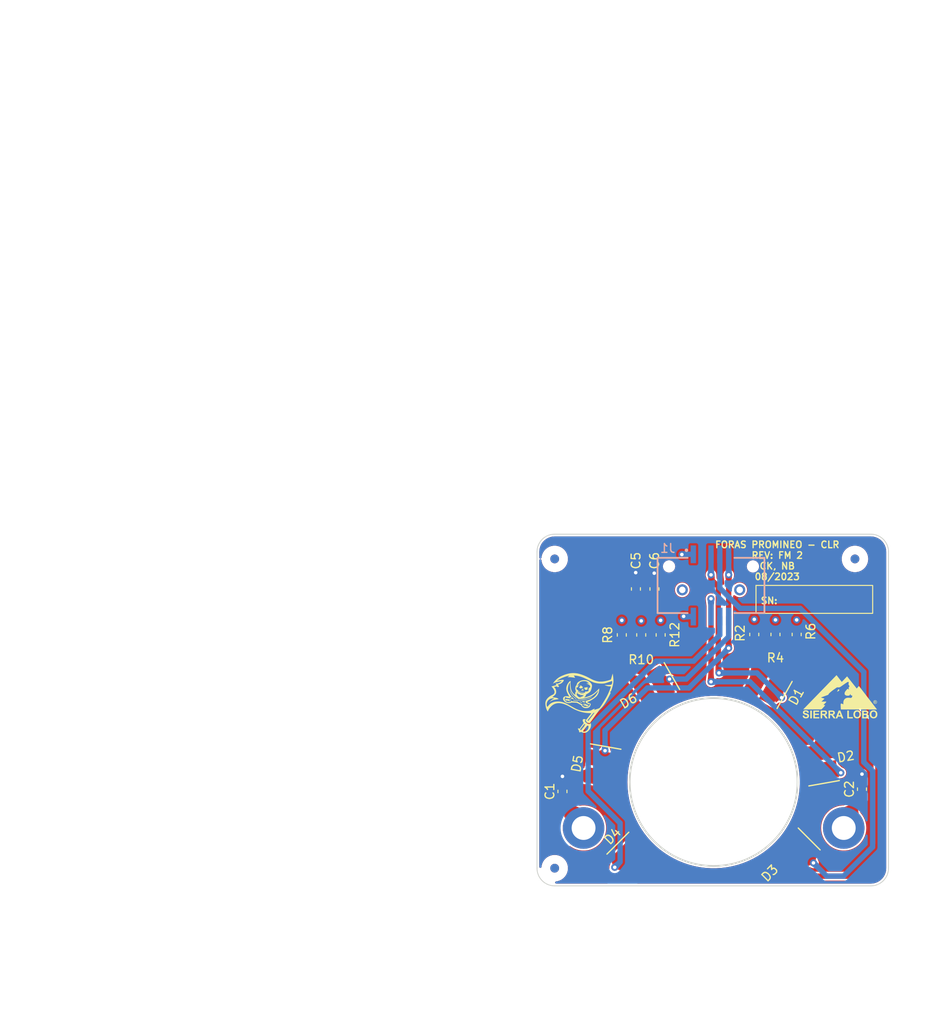
<source format=kicad_pcb>
(kicad_pcb (version 20221018) (generator pcbnew)
  (layers (0 "F.Cu" signal) (31 "B.Cu" signal) (34 "B.Paste" user) (35 "F.Paste" user) (36 "B.SilkS" user "B.Silkscreen") (37 "F.SilkS" user "F.Silkscreen") (38 "B.Mask" user) (39 "F.Mask" user) (44 "Edge.Cuts" user))
  (net 0 "")
  (net 1 "GND")
  (net 2 "Net-(J1-Pin_1)")
  (net 3 "Net-(D1-A)")
  (net 4 "Net-(D2-A)")
  (net 5 "Net-(D3-A)")
  (net 6 "Net-(D4-A)")
  (net 7 "Net-(D5-A)")
  (net 8 "Net-(C1-Pad1)")
  (net 9 "/LED_6")
  (net 10 "/LED_5")
  (net 11 "/LED_4")
  (net 12 "/LED_3")
  (net 13 "/LED_2")
  (net 14 "/LED_1")
  (net 15 "Net-(D6-A)")
  (net 16 "Net-(C2-Pad1)")
  (footprint "Foras_Promineo:1212_LED_Pol" (layer "F.Cu") (at 92.272324 85.9255 -80)
    (fp_text reference "D2" (at -0.038816 -2.941427 10) (layer "F.SilkS"))
    (fp_text value "LED")
    (pad "1" smd rect (at 1.025 0 280) (size 1.75 3.5) (layers "F.Cu" "F.Paste" "F.Mask") (net 13 "/LED_2"))
    (pad "2" smd rect (at -1.025 0 280) (size 1.75 3.5) (layers "F.Cu" "F.Paste" "F.Mask") (net 4 "Net-(D2-A)"))
  )
  (footprint "Foras_Promineo_Github_Local:1212_LED_Pol" (layer "F.Cu") (at 89.251324 96.4605 45)
    (fp_text reference "D3" (at -3.397648 -0.405172 45) (layer "F.SilkS"))
    (fp_text value "LED")
    (pad "1" smd rect (at 1.025 0 45) (size 1.75 3.5) (layers "F.Cu" "F.Paste" "F.Mask") (net 12 "/LED_3"))
    (pad "2" smd rect (at -1.025 0 45) (size 1.75 3.5) (layers "F.Cu" "F.Paste" "F.Mask") (net 5 "Net-(D3-A)"))
  )
  (footprint "Foras_Promineo:1212_LED_Pol" (layer "F.Cu") (at 86.049324 77.1785 -29.143)
    (fp_text reference "D1" (at 3.749092 -0.489776 60.857) (layer "F.SilkS"))
    (fp_text value "LED")
    (pad "1" smd rect (at 1.025 0 330.857) (size 1.75 3.5) (layers "F.Cu" "F.Paste" "F.Mask") (net 14 "/LED_1"))
    (pad "2" smd rect (at -1.025 0 330.857) (size 1.75 3.5) (layers "F.Cu" "F.Paste" "F.Mask") (net 3 "Net-(D1-A)"))
  )
  (footprint "Foras_Promineo:1212_LED_Pol" (layer "F.Cu") (at 67.541324 86.6965 80)
    (fp_text reference "D5" (at 0.029532 -2.827078 80) (layer "F.SilkS"))
    (fp_text value "LED")
    (pad "1" smd rect (at 1.025 0 80) (size 1.75 3.5) (layers "F.Cu" "F.Paste" "F.Mask") (net 10 "/LED_5"))
    (pad "2" smd rect (at -1.025 0 80) (size 1.75 3.5) (layers "F.Cu" "F.Paste" "F.Mask") (net 7 "Net-(D5-A)"))
  )
  (footprint "Foras_Promineo:1212_LED_Pol" (layer "F.Cu") (at 73.312324 77.5125 30)
    (fp_text reference "D6" (at -3.16357 -0.020536 30) (layer "F.SilkS"))
    (fp_text value "LED")
    (pad "1" smd rect (at 1.025 0 30) (size 1.75 3.5) (layers "F.Cu" "F.Paste" "F.Mask") (net 9 "/LED_6"))
    (pad "2" smd rect (at -1.025 0 30) (size 1.75 3.5) (layers "F.Cu" "F.Paste" "F.Mask") (net 15 "Net-(D6-A)"))
  )
  (footprint "Foras_Promineo:1212_LED_Pol" (layer "F.Cu") (at 71.123324 96.9355 135)
    (fp_text reference "D4" (at 3.478965 0.140007 225) (layer "F.SilkS"))
    (fp_text value "LED")
    (pad "1" smd rect (at 1.025 0 135) (size 1.75 3.5) (layers "F.Cu" "F.Paste" "F.Mask") (net 11 "/LED_4"))
    (pad "2" smd rect (at -1.025 0 135) (size 1.75 3.5) (layers "F.Cu" "F.Paste" "F.Mask") (net 6 "Net-(D4-A)"))
  )
  (footprint "Capacitor_SMD:C_0603_1608Metric_Pad1.08x0.95mm_HandSolder" (layer "F.Cu") (at 63.08 89.30983 90)
    (fp_text reference "C1" (at 0 -1.43 90) (layer "F.SilkS"))
    (fp_text value "1n")
    (pad "1" smd roundrect (at -0.8625 0 90) (size 1.075 0.95) (layers "F.Cu" "F.Paste" "F.Mask") (net 8 "Net-(C1-Pad1)"))
    (pad "2" smd roundrect (at 0.8625 0 90) (size 1.075 0.95) (layers "F.Cu" "F.Paste" "F.Mask") (net 1 "GND"))
  )
  (footprint "Capacitor_SMD:C_0603_1608Metric_Pad1.08x0.95mm_HandSolder" (layer "F.Cu") (at 96.995 89.05483 90)
    (fp_text reference "C2" (at 0 -1.43 90) (layer "F.SilkS"))
    (fp_text value "1n")
    (pad "1" smd roundrect (at -0.8625 0 90) (size 1.075 0.95) (layers "F.Cu" "F.Paste" "F.Mask") (net 16 "Net-(C2-Pad1)"))
    (pad "2" smd roundrect (at 0.8625 0 90) (size 1.075 0.95) (layers "F.Cu" "F.Paste" "F.Mask") (net 1 "GND"))
  )
  (footprint "MountingHole:MountingHole_2.7mm_M2.5_DIN965_Pad" (layer "F.Cu") (at 65.4707 93.45)
    (fp_text reference "H1" hide)
    (fp_text value "MountingHole_Pad")
    (pad "1" thru_hole circle (at 0 0) (size 4.7 4.7) (drill 2.7) (layers "*.Cu" "*.Mask") (net 8 "Net-(C1-Pad1)"))
  )
  (footprint "MountingHole:MountingHole_2.7mm_M2.5_DIN965_Pad" (layer "F.Cu") (at 94.93 93.45)
    (fp_text reference "H2" hide)
    (fp_text value "MountingHole_Pad")
    (pad "1" thru_hole circle (at 0 0) (size 4.7 4.7) (drill 2.7) (layers "*.Cu" "*.Mask") (net 16 "Net-(C2-Pad1)"))
  )
  (footprint "Capacitor_SMD:C_0603_1608Metric_Pad1.08x0.95mm_HandSolder" (layer "F.Cu") (at 84.8 71.55 90)
    (fp_text reference "R2" (at 0.15 -1.6 90) (layer "F.SilkS"))
    (fp_text value "100r")
    (pad "1" smd roundrect (at -0.8625 0 90) (size 1.075 0.95) (layers "F.Cu" "F.Paste" "F.Mask") (net 3 "Net-(D1-A)"))
    (pad "2" smd roundrect (at 0.8625 0 90) (size 1.075 0.95) (layers "F.Cu" "F.Paste" "F.Mask") (net 2 "Net-(J1-Pin_1)"))
  )
  (footprint "Capacitor_SMD:C_0603_1608Metric_Pad1.08x0.95mm_HandSolder" (layer "F.Cu") (at 87.2 71.55 90)
    (fp_text reference "R4" (at -2.65 0 180) (layer "F.SilkS"))
    (fp_text value "100r")
    (pad "1" smd roundrect (at -0.8625 0 90) (size 1.075 0.95) (layers "F.Cu" "F.Paste" "F.Mask") (net 4 "Net-(D2-A)"))
    (pad "2" smd roundrect (at 0.8625 0 90) (size 1.075 0.95) (layers "F.Cu" "F.Paste" "F.Mask") (net 2 "Net-(J1-Pin_1)"))
  )
  (footprint "Capacitor_SMD:C_0603_1608Metric_Pad1.08x0.95mm_HandSolder" (layer "F.Cu") (at 89.6 71.55 90)
    (fp_text reference "R6" (at 0.35 1.6 90) (layer "F.SilkS"))
    (fp_text value "100r")
    (pad "1" smd roundrect (at -0.8625 0 90) (size 1.075 0.95) (layers "F.Cu" "F.Paste" "F.Mask") (net 5 "Net-(D3-A)"))
    (pad "2" smd roundrect (at 0.8625 0 90) (size 1.075 0.95) (layers "F.Cu" "F.Paste" "F.Mask") (net 2 "Net-(J1-Pin_1)"))
  )
  (footprint "Capacitor_SMD:C_0603_1608Metric_Pad1.08x0.95mm_HandSolder" (layer "F.Cu") (at 69.8 71.6 90)
    (fp_text reference "R8" (at 0 -1.6 90) (layer "F.SilkS"))
    (fp_text value "100r")
    (pad "1" smd roundrect (at -0.8625 0 90) (size 1.075 0.95) (layers "F.Cu" "F.Paste" "F.Mask") (net 6 "Net-(D4-A)"))
    (pad "2" smd roundrect (at 0.8625 0 90) (size 1.075 0.95) (layers "F.Cu" "F.Paste" "F.Mask") (net 2 "Net-(J1-Pin_1)"))
  )
  (footprint "Capacitor_SMD:C_0603_1608Metric_Pad1.08x0.95mm_HandSolder" (layer "F.Cu") (at 72 71.6 90)
    (fp_text reference "R10" (at -2.8 0 180) (layer "F.SilkS"))
    (fp_text value "100r")
    (pad "1" smd roundrect (at -0.8625 0 90) (size 1.075 0.95) (layers "F.Cu" "F.Paste" "F.Mask") (net 7 "Net-(D5-A)"))
    (pad "2" smd roundrect (at 0.8625 0 90) (size 1.075 0.95) (layers "F.Cu" "F.Paste" "F.Mask") (net 2 "Net-(J1-Pin_1)"))
  )
  (footprint "Capacitor_SMD:C_0603_1608Metric_Pad1.08x0.95mm_HandSolder" (layer "F.Cu") (at 74.2 71.6 90)
    (fp_text reference "R12" (at 0 1.6 90) (layer "F.SilkS"))
    (fp_text value "100r")
    (pad "1" smd roundrect (at -0.8625 0 90) (size 1.075 0.95) (layers "F.Cu" "F.Paste" "F.Mask") (net 15 "Net-(D6-A)"))
    (pad "2" smd roundrect (at 0.8625 0 90) (size 1.075 0.95) (layers "F.Cu" "F.Paste" "F.Mask") (net 2 "Net-(J1-Pin_1)"))
  )
  (footprint "Capacitor_SMD:C_0603_1608Metric_Pad1.08x0.95mm_HandSolder" (layer "F.Cu") (at 71.4 66.4 90)
    (fp_text reference "C5" (at 3.2 0 90) (layer "F.SilkS"))
    (fp_text value "10u")
    (pad "1" smd roundrect (at -0.8625 0 90) (size 1.075 0.95) (layers "F.Cu" "F.Paste" "F.Mask") (net 2 "Net-(J1-Pin_1)"))
    (pad "2" smd roundrect (at 0.8625 0 90) (size 1.075 0.95) (layers "F.Cu" "F.Paste" "F.Mask") (net 1 "GND"))
  )
  (footprint "Fiducial:Fiducial_1mm_Mask3mm" (layer "F.Cu") (at 62.2 63 -90)
    (fp_text reference "REF**" hide)
    (fp_text value "Fiducial_1mm_Mask3mm")
    (pad "e" smd circle (at 0 0 270) (size 1 1) (layers "F.Cu" "F.Mask") (clearance 1))
  )
  (footprint "Foras_Promineo:Sierra_Lobo_Logo" (layer "F.Cu") (at 94.5 78.6)
    (fp_text reference "G***" hide)
    (fp_text value "LOGO" hide)
  )
  (footprint "Capacitor_SMD:C_0603_1608Metric_Pad1.08x0.95mm_HandSolder" (layer "F.Cu") (at 73.5 66.4 90)
    (fp_text reference "C6" (at 3.2 0 90) (layer "F.SilkS"))
    (fp_text value "1n")
    (pad "1" smd roundrect (at -0.8625 0 90) (size 1.075 0.95) (layers "F.Cu" "F.Paste" "F.Mask") (net 2 "Net-(J1-Pin_1)"))
    (pad "2" smd roundrect (at 0.8625 0 90) (size 1.075 0.95) (layers "F.Cu" "F.Paste" "F.Mask") (net 1 "GND"))
  )
  (footprint "Fiducial:Fiducial_1mm_Mask3mm" (layer "F.Cu") (at 96.2 63 -90)
    (fp_text reference "REF**" hide)
    (fp_text value "Fiducial_1mm_Mask3mm")
    (pad "" smd circle (at 0 0 270) (size 1 1) (layers "F.Cu" "F.Mask") (clearance 1))
  )
  (footprint "Fiducial:Fiducial_1mm_Mask3mm" (layer "F.Cu") (at 62.2 98 -90)
    (fp_text reference "REF**" hide)
    (fp_text value "Fiducial_1mm_Mask3mm")
    (pad "" smd circle (at 0 0 270) (size 1 1) (layers "F.Cu" "F.Mask") (clearance 1))
  )
  (footprint "Foras_Promineo:Flaglogo8mm" (layer "F.Cu") (at 65 79.3)
    (fp_text reference "G***" hide)
    (fp_text value "LOGO" hide)
  )
  (footprint "Foras_Promineo:SAMTEC_T1M-05-X-DV" (layer "B.Cu") (at 79.9 66)
    (fp_text reference "J1" (at -4.9 -4.2 180) (layer "B.SilkS") (effects (justify mirror)))
    (fp_text value "Conn_01x10_Male")
    (pad "" np_thru_hole circle (at -4.75 -2.15) (size 0.89 0.89) (drill 0.89) (layers "*.Cu" "*.Mask"))
    (pad "" np_thru_hole circle (at 4.75 -2.15) (size 0.89 0.89) (drill 0.89) (layers "*.Cu" "*.Mask"))
    (pad "1" smd rect (at -2 -3.525) (size 0.6 2) (layers "B.Cu" "B.Paste" "B.Mask") (net 2 "Net-(J1-Pin_1)"))
    (pad "2" smd rect (at -2 3.525) (size 0.6 2) (layers "B.Cu" "B.Paste" "B.Mask") (net 2 "Net-(J1-Pin_1)"))
    (pad "3" smd rect (at -1 -3.525) (size 0.6 2) (layers "B.Cu" "B.Paste" "B.Mask") (net 1 "GND"))
    (pad "4" smd rect (at -1 3.525) (size 0.6 2) (layers "B.Cu" "B.Paste" "B.Mask") (net 1 "GND"))
    (pad "5" smd rect (at 0 -3.525) (size 0.6 2) (layers "B.Cu" "B.Paste" "B.Mask") (net 14 "/LED_1"))
    (pad "6" smd rect (at 0 3.525) (size 0.6 2) (layers "B.Cu" "B.Paste" "B.Mask") (net 13 "/LED_2"))
    (pad "7" smd rect (at 1 -3.525) (size 0.6 2) (layers "B.Cu" "B.Paste" "B.Mask") (net 12 "/LED_3"))
    (pad "8" smd rect (at 1 3.525) (size 0.6 2) (layers "B.Cu" "B.Paste" "B.Mask") (net 11 "/LED_4"))
    (pad "9" smd rect (at 2 -3.525) (size 0.6 2) (layers "B.Cu" "B.Paste" "B.Mask") (net 10 "/LED_5"))
    (pad "10" smd rect (at 2 3.525) (size 0.6 2) (layers "B.Cu" "B.Paste" "B.Mask") (net 9 "/LED_6"))
    (pad "S1" thru_hole circle (at -3.25 0.5) (size 1.248 1.248) (drill 0.74) (layers "*.Cu" "*.Mask"))
    (pad "S2" thru_hole circle (at 3.25 0.5) (size 1.248 1.248) (drill 0.74) (layers "*.Cu" "*.Mask"))
  )
  (footprint "Fiducial:Fiducial_1mm_Mask3mm" (layer "B.Cu") (at 62.2 98 180)
    (fp_text reference "REF**" hide)
    (fp_text value "Fiducial_1mm_Mask3mm")
    (pad "" smd circle (at 0 0 180) (size 1 1) (layers "B.Cu" "B.Mask") (clearance 1))
  )
  (footprint "Fiducial:Fiducial_1mm_Mask3mm" (layer "B.Cu") (at 96.2 63 180)
    (fp_text reference "REF**" hide)
    (fp_text value "Fiducial_1mm_Mask3mm")
    (pad "e" smd circle (at 0 0 180) (size 1 1) (layers "B.Cu" "B.Mask") (clearance 1))
  )
  (footprint "Fiducial:Fiducial_1mm_Mask3mm" (layer "B.Cu") (at 62.2 63 180)
    (fp_text reference "REF**" hide)
    (fp_text value "Fiducial_1mm_Mask3mm")
    (pad "" smd circle (at 0 0 180) (size 1 1) (layers "B.Cu" "B.Mask") (clearance 1))
  )
  (gr_rect (start 84.995 66) (end 98.205 69.16) (stroke (width 0.12)) (fill none) (layer "F.SilkS"))
  (gr_line (start 60.2 62.2) (end 60.2 98) (stroke (width 0.1)) (layer "Edge.Cuts"))
  (gr_circle (center 80.196 88.25) (end 89.696 88.25) (stroke (width 0.2)) (fill none) (layer "Edge.Cuts"))
  (gr_arc (start 60.2 62.2) (mid 60.785786 60.785786) (end 62.2 60.2) (stroke (width 0.1)) (layer "Edge.Cuts"))
  (gr_arc (start 100 98) (mid 99.414214 99.414214) (end 98 100) (stroke (width 0.1)) (layer "Edge.Cuts"))
  (gr_arc (start 62.2 100) (mid 60.785786 99.414214) (end 60.2 98) (stroke (width 0.1)) (layer "Edge.Cuts"))
  (gr_line (start 62.2 100) (end 98 100) (stroke (width 0.1)) (layer "Edge.Cuts"))
  (gr_line (start 100 98) (end 100 62.2) (stroke (width 0.1)) (layer "Edge.Cuts"))
  (gr_line (start 98 60.2) (end 62.2 60.2) (stroke (width 0.1)) (layer "Edge.Cuts"))
  (gr_arc (start 98 60.2) (mid 99.414214 60.785786) (end 100 62.2) (stroke (width 0.1)) (layer "Edge.Cuts"))
  (gr_text "FORAS PROMINEO - CLR\nREV: FM 2\nCK, NB\n08/2023" (at 87.4 63.2) (layer "F.SilkS") (effects (font (size 0.75 0.75))))
  (gr_text "SN:" (at 86.485 67.73) (layer "F.SilkS") (effects (font (size 0.75 0.75))))
  (segment (start 73.5 65.5375) (end 73.5 64.6375) (width 0.6) (layer "F.Cu") (net 1))
  (segment (start 97.02 88.27983) (end 97.02 87.37983) (width 0.6) (layer "F.Cu") (net 1))
  (segment (start 97.02 87.37983) (end 96.995 87.35483) (width 0.6) (layer "F.Cu") (net 1))
  (segment (start 71.4 65.475) (end 71.4 64.575) (width 0.6) (layer "F.Cu") (net 1))
  (via (at 96.995 87.35483) (size 0.8) (drill 0.4) (layers "F.Cu" "B.Cu") (net 1))
  (via (at 63.08 87.60983) (size 0.8) (drill 0.4) (layers "F.Cu" "B.Cu") (net 1))
  (via (at 73.475 64.6125) (size 0.8) (drill 0.4) (layers "F.Cu" "B.Cu") (net 1))
  (via (at 71.375 64.55) (size 0.8) (drill 0.4) (layers "F.Cu" "B.Cu") (net 1))
  (segment (start 74.2 70.7375) (end 74.2 69.95) (width 0.6) (layer "F.Cu") (net 2))
  (segment (start 72 70.8) (end 72 70.0125) (width 0.6) (layer "F.Cu") (net 2))
  (segment (start 87.2 70.6875) (end 87.2 69.9) (width 0.6) (layer "F.Cu") (net 2))
  (segment (start 84.8 70.625) (end 84.8 69.8375) (width 0.6) (layer "F.Cu") (net 2))
  (segment (start 89.6 70.6875) (end 89.6 69.9) (width 0.6) (layer "F.Cu") (net 2))
  (segment (start 69.8 70.7375) (end 69.8 69.95) (width 0.6) (layer "F.Cu") (net 2))
  (via (at 84.8 69.8375) (size 0.8) (drill 0.4) (layers "F.Cu" "B.Cu") (net 2))
  (via (at 72 70.0125) (size 0.8) (drill 0.4) (layers "F.Cu" "B.Cu") (net 2))
  (via (at 76.6 62.5) (size 0.8) (drill 0.4) (layers "F.Cu" "B.Cu") (net 2))
  (via (at 87.2 69.9) (size 0.8) (drill 0.4) (layers "F.Cu" "B.Cu") (net 2))
  (via (at 74.2 69.95) (size 0.8) (drill 0.4) (layers "F.Cu" "B.Cu") (net 2))
  (via (at 89.6 69.9) (size 0.8) (drill 0.4) (layers "F.Cu" "B.Cu") (net 2))
  (via (at 76.8 69.5) (size 0.8) (drill 0.4) (layers "F.Cu" "B.Cu") (net 2))
  (via (at 69.8 69.95) (size 0.8) (drill 0.4) (layers "F.Cu" "B.Cu") (net 2))
  (segment (start 77.9 69.525) (end 76.825 69.525) (width 0.6) (layer "B.Cu") (net 2))
  (segment (start 77.9 62.475) (end 76.625 62.475) (width 0.6) (layer "B.Cu") (net 2))
  (segment (start 76.625 62.475) (end 76.6 62.5) (width 0.6) (layer "B.Cu") (net 2))
  (segment (start 76.825 69.525) (end 76.8 69.5) (width 0.6) (layer "B.Cu") (net 2))
  (segment (start 84.81 76.521076) (end 84.81 72.4225) (width 0.6) (layer "F.Cu") (net 3))
  (segment (start 85.191758 76.902834) (end 84.81 76.521076) (width 0.6) (layer "F.Cu") (net 3))
  (segment (start 84.81 72.4225) (end 84.8 72.4125) (width 0.6) (layer "F.Cu") (net 3))
  (segment (start 92.132011 85.139572) (end 92.132011 77.344511) (width 0.6) (layer "F.Cu") (net 4))
  (segment (start 92.132011 77.344511) (end 87.2 72.4125) (width 0.6) (layer "F.Cu") (net 4))
  (segment (start 98.8 95.4) (end 95.3 98.9) (width 0.6) (layer "F.Cu") (net 5))
  (segment (start 95.3 98.9) (end 90.055432 98.9) (width 0.6) (layer "F.Cu") (net 5))
  (segment (start 90.055432 98.9) (end 88.564216 97.408784) (width 0.6) (layer "F.Cu") (net 5))
  (segment (start 89.7125 72.4125) (end 98.8 81.5) (width 0.6) (layer "F.Cu") (net 5))
  (segment (start 98.8 81.5) (end 98.8 95.4) (width 0.6) (layer "F.Cu") (net 5))
  (segment (start 89.6 72.4125) (end 89.7125 72.4125) (width 0.6) (layer "F.Cu") (net 5))
  (segment (start 61.81 80.4525) (end 61.81 94.41) (width 0.6) (layer "F.Cu") (net 6))
  (segment (start 61.81 94.41) (end 64.8 97.4) (width 0.6) (layer "F.Cu") (net 6))
  (segment (start 66.8 97.4) (end 68.5 99.1) (width 0.6) (layer "F.Cu") (net 6))
  (segment (start 69.8 72.4625) (end 61.81 80.4525) (width 0.6) (layer "F.Cu") (net 6))
  (segment (start 64.8 97.4) (end 66.8 97.4) (width 0.6) (layer "F.Cu") (net 6))
  (segment (start 68.5 99.1) (end 70.669568 99.1) (width 0.6) (layer "F.Cu") (net 6))
  (segment (start 70.669568 99.1) (end 71.885784 97.883784) (width 0.6) (layer "F.Cu") (net 6))
  (segment (start 65.729428 87.929428) (end 64.7 86.9) (width 0.6) (layer "F.Cu") (net 7))
  (segment (start 67.401011 87.929428) (end 65.729428 87.929428) (width 0.6) (layer "F.Cu") (net 7))
  (segment (start 64.7 79.7625) (end 72 72.4625) (width 0.6) (layer "F.Cu") (net 7))
  (segment (start 64.7 86.9) (end 64.7 79.7625) (width 0.6) (layer "F.Cu") (net 7))
  (segment (start 65.27 92.47) (end 65.27 93.44983) (width 0.25) (layer "F.Cu") (net 8))
  (segment (start 63.08 90.28) (end 65.27 92.47) (width 0.25) (layer "F.Cu") (net 8))
  (segment (start 63.08 90.17233) (end 63.08 90.28) (width 0.25) (layer "F.Cu") (net 8))
  (segment (start 74.861176 76.6) (end 74.237676 77.2235) (width 0.6) (layer "F.Cu") (net 9))
  (segment (start 75.2 76.6) (end 74.861176 76.6) (width 0.6) (layer "F.Cu") (net 9))
  (via (at 75.2 76.6) (size 0.8) (drill 0.4) (layers "F.Cu" "B.Cu") (net 9))
  (segment (start 77.1 76.6) (end 75.2 76.6) (width 0.6) (layer "B.Cu") (net 9))
  (segment (start 81.9 71.8) (end 77.1 76.6) (width 0.6) (layer "B.Cu") (net 9))
  (segment (start 81.9 69.525) (end 81.9 71.8) (width 0.6) (layer "B.Cu") (net 9))
  (segment (start 67.756989 84.843011) (end 67.9 84.7) (width 0.6) (layer "F.Cu") (net 10))
  (segment (start 67.756989 85.910572) (end 67.756989 84.843011) (width 0.6) (layer "F.Cu") (net 10))
  (segment (start 81.9 73.1) (end 81.9 64.8) (width 0.6) (layer "F.Cu") (net 10))
  (via (at 81.9 64.8) (size 0.8) (drill 0.4) (layers "F.Cu" "B.Cu") (net 10))
  (via (at 81.9 73.1) (size 0.8) (drill 0.4) (layers "F.Cu" "B.Cu") (net 10))
  (via (at 67.9 84.7) (size 0.8) (drill 0.4) (layers "F.Cu" "B.Cu") (net 10))
  (segment (start 77.4 77.6) (end 72.7 77.6) (width 0.6) (layer "B.Cu") (net 10))
  (segment (start 81.9 62.475) (end 81.9 64.8) (width 0.6) (layer "B.Cu") (net 10))
  (segment (start 67.9 82.4) (end 67.9 84.7) (width 0.6) (layer "B.Cu") (net 10))
  (segment (start 81.9 73.1) (end 77.4 77.6) (width 0.6) (layer "B.Cu") (net 10))
  (segment (start 72.7 77.6) (end 67.9 82.4) (width 0.6) (layer "B.Cu") (net 10))
  (segment (start 70.436216 96.463784) (end 69 97.9) (width 0.6) (layer "F.Cu") (net 11))
  (segment (start 70.436216 96.434216) (end 70.436216 96.463784) (width 0.6) (layer "F.Cu") (net 11))
  (via (at 69 97.9) (size 0.8) (drill 0.4) (layers "F.Cu" "B.Cu") (net 11))
  (segment (start 65.99 89.27983) (end 65.99 82.25983) (width 0.6) (layer "B.Cu") (net 11))
  (segment (start 77.93017 74.56983) (end 80.9 71.6) (width 0.6) (layer "B.Cu") (net 11))
  (segment (start 65.99 82.25983) (end 73.68 74.56983) (width 0.6) (layer "B.Cu") (net 11))
  (segment (start 69 97.9) (end 69.61 97.29) (width 0.6) (layer "B.Cu") (net 11))
  (segment (start 73.68 74.56983) (end 77.93017 74.56983) (width 0.6) (layer "B.Cu") (net 11))
  (segment (start 69.61 92.89983) (end 65.99 89.27983) (width 0.6) (layer "B.Cu") (net 11))
  (segment (start 69.61 97.29) (end 69.61 92.89983) (width 0.6) (layer "B.Cu") (net 11))
  (segment (start 80.9 71.6) (end 80.9 69.525) (width 0.6) (layer "B.Cu") (net 11))
  (segment (start 90.013784 95.959216) (end 90.059216 95.959216) (width 0.6) (layer "F.Cu") (net 12))
  (segment (start 90.059216 95.959216) (end 91.5 97.4) (width 0.6) (layer "F.Cu") (net 12))
  (via (at 91.5 97.4) (size 0.8) (drill 0.4) (layers "F.Cu" "B.Cu") (net 12))
  (segment (start 94.9 98.9) (end 93 98.9) (width 0.6) (layer "B.Cu") (net 12))
  (segment (start 97.2 75.8) (end 97.2 86) (width 0.6) (layer "B.Cu") (net 12))
  (segment (start 80.9 62.475) (end 80.9 66.3) (width 0.6) (layer "B.Cu") (net 12))
  (segment (start 98.2 95.6) (end 94.9 98.9) (width 0.6) (layer "B.Cu") (net 12))
  (segment (start 98.2 87) (end 98.2 95.6) (width 0.6) (layer "B.Cu") (net 12))
  (segment (start 97.2 86) (end 98.2 87) (width 0.6) (layer "B.Cu") (net 12))
  (segment (start 90 68.6) (end 97.2 75.8) (width 0.6) (layer "B.Cu") (net 12))
  (segment (start 93 98.9) (end 91.5 97.4) (width 0.6) (layer "B.Cu") (net 12))
  (segment (start 80.9 66.3) (end 83.2 68.6) (width 0.6) (layer "B.Cu") (net 12))
  (segment (start 83.2 68.6) (end 90 68.6) (width 0.6) (layer "B.Cu") (net 12))
  (segment (start 79.9 76.9) (end 79.9 67.5) (width 0.6) (layer "F.Cu") (net 13))
  (segment (start 94.558428 87.158428) (end 94.6 87.2) (width 0.6) (layer "F.Cu") (net 13))
  (segment (start 92.487989 87.158428) (end 94.558428 87.158428) (width 0.6) (layer "F.Cu") (net 13))
  (via (at 79.9 67.5) (size 0.8) (drill 0.4) (layers "F.Cu" "B.Cu") (net 13))
  (via (at 94.6 87.2) (size 0.8) (drill 0.4) (layers "F.Cu" "B.Cu") (net 13))
  (via (at 79.9 76.9) (size 0.8) (drill 0.4) (layers "F.Cu" "B.Cu") (net 13))
  (segment (start 84.3 76.9) (end 79.9 76.9) (width 0.6) (layer "B.Cu") (net 13))
  (segment (start 94.6 87.2) (end 84.3 76.9) (width 0.6) (layer "B.Cu") (net 13))
  (segment (start 79.9 69.525) (end 79.9 67.5) (width 0.6) (layer "B.Cu") (net 13))
  (segment (start 79.9 65.3) (end 79.9 64.8) (width 0.6) (layer "F.Cu") (net 14))
  (segment (start 80.8 75.9) (end 80.726511 75.826511) (width 0.6) (layer "F.Cu") (net 14))
  (segment (start 80.726511 66.126511) (end 79.9 65.3) (width 0.6) (layer "F.Cu") (net 14))
  (segment (start 80.726511 75.826511) (end 80.726511 66.126511) (width 0.6) (layer "F.Cu") (net 14))
  (segment (start 87.101166 77.901166) (end 87.9 78.7) (width 0.6) (layer "F.Cu") (net 14))
  (segment (start 86.982242 77.901166) (end 87.101166 77.901166) (width 0.6) (layer "F.Cu") (net 14))
  (via (at 80.8 75.9) (size 0.8) (drill 0.4) (layers "F.Cu" "B.Cu") (net 14))
  (via (at 79.9 64.8) (size 0.8) (drill 0.4) (layers "F.Cu" "B.Cu") (net 14))
  (via (at 87.9 78.7) (size 0.8) (drill 0.4) (layers "F.Cu" "B.Cu") (net 14))
  (segment (start 80.8 75.9) (end 85.1 75.9) (width 0.6) (layer "B.Cu") (net 14))
  (segment (start 79.9 62.475) (end 79.9 64.8) (width 0.6) (layer "B.Cu") (net 14))
  (segment (start 85.1 75.9) (end 87.9 78.7) (width 0.6) (layer "B.Cu") (net 14))
  (segment (start 71 76.786176) (end 71 75.6625) (width 0.6) (layer "F.Cu") (net 15))
  (segment (start 72.462324 78.2485) (end 71 76.786176) (width 0.6) (layer "F.Cu") (net 15))
  (segment (start 71 75.6625) (end 74.2 72.4625) (width 0.6) (layer "F.Cu") (net 15))
  (segment (start 96.995 89.91733) (end 96.995 90.005) (width 0.25) (layer "F.Cu") (net 16))
  (segment (start 94.73 92.27) (end 94.73 93.44983) (width 0.25) (layer "F.Cu") (net 16))
  (segment (start 96.995 90.005) (end 94.73 92.27) (width 0.25) (layer "F.Cu") (net 16))
  (zone (net 2) (net_name "Net-(J1-Pin_1)") (layer "F.Cu") (priority 1) (connect_pads yes (clearance 0.2)) (min_thickness 0.254) (fill yes (thermal_gap 0.508) (thermal_bridge_width 0.508) (smoothing fillet))
    (polygon (pts (xy 99.8 100) (xy 60.2 100) (xy 60 60) (xy 100 60)))
  )
  (zone (net 1) (net_name "GND") (layer "B.Cu") (connect_pads yes (clearance 0.254)) (min_thickness 0.254) (fill yes (thermal_gap 0.508) (thermal_bridge_width 0.508))
    (polygon (pts (xy 99.8 100) (xy 60.2 100) (xy 60 60) (xy 100 60)))
  )
)
</source>
